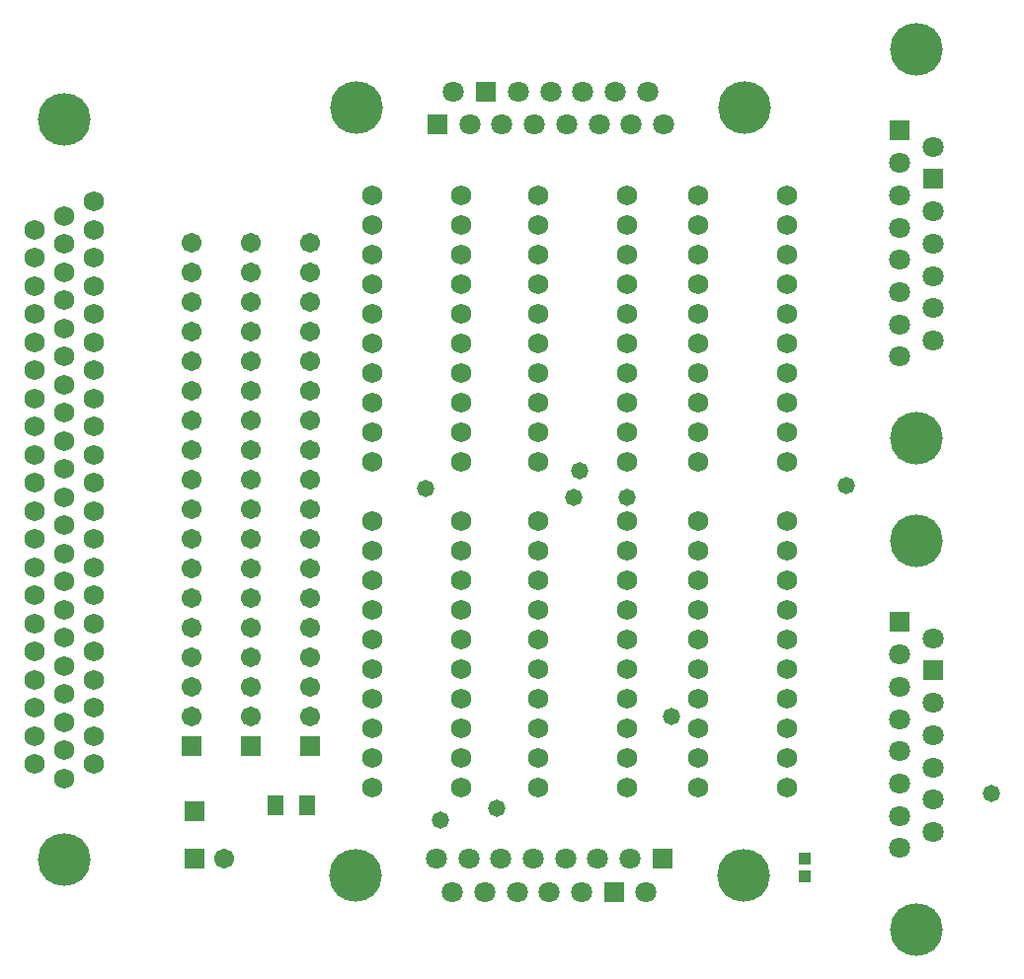
<source format=gts>
%FSLAX24Y24*%
%MOIN*%
G70*
G01*
G75*
G04 Layer_Color=8388736*
%ADD10R,0.0320X0.0360*%
%ADD11R,0.0450X0.0600*%
%ADD12C,0.0100*%
%ADD13C,0.0250*%
%ADD14C,0.0600*%
%ADD15C,0.1700*%
%ADD16C,0.0591*%
%ADD17R,0.0591X0.0591*%
%ADD18R,0.0591X0.0591*%
%ADD19R,0.0630X0.0630*%
%ADD20C,0.0630*%
%ADD21R,0.0630X0.0630*%
%ADD22C,0.0500*%
%ADD23R,0.0360X0.0320*%
%ADD24C,0.0079*%
%ADD25C,0.0080*%
%ADD26C,0.0070*%
%ADD27C,0.0050*%
%ADD28R,0.0400X0.0440*%
%ADD29R,0.0530X0.0680*%
%ADD30C,0.0680*%
%ADD31C,0.1780*%
%ADD32C,0.0671*%
%ADD33R,0.0671X0.0671*%
%ADD34R,0.0671X0.0671*%
%ADD35R,0.0710X0.0710*%
%ADD36C,0.0710*%
%ADD37R,0.0710X0.0710*%
%ADD38C,0.0580*%
D28*
X39600Y19800D02*
D03*
Y19200D02*
D03*
D29*
X21750Y21600D02*
D03*
X22800D02*
D03*
D30*
X28000Y27200D02*
D03*
X25000D02*
D03*
Y28200D02*
D03*
X28000D02*
D03*
Y30200D02*
D03*
X25000D02*
D03*
Y29200D02*
D03*
X28000D02*
D03*
X25000Y31200D02*
D03*
X28000D02*
D03*
Y26200D02*
D03*
X25000D02*
D03*
X28000Y24200D02*
D03*
X25000D02*
D03*
Y25200D02*
D03*
X28000D02*
D03*
Y23200D02*
D03*
X25000D02*
D03*
Y22200D02*
D03*
X28000D02*
D03*
Y38200D02*
D03*
X25000D02*
D03*
Y39200D02*
D03*
X28000D02*
D03*
Y41200D02*
D03*
X25000D02*
D03*
Y40200D02*
D03*
X28000D02*
D03*
X25000Y42200D02*
D03*
X28000D02*
D03*
Y37200D02*
D03*
X25000D02*
D03*
X28000Y35200D02*
D03*
X25000D02*
D03*
Y36200D02*
D03*
X28000D02*
D03*
Y34200D02*
D03*
X25000D02*
D03*
Y33200D02*
D03*
X28000D02*
D03*
X33600Y27200D02*
D03*
X30600D02*
D03*
Y28200D02*
D03*
X33600D02*
D03*
Y30200D02*
D03*
X30600D02*
D03*
Y29200D02*
D03*
X33600D02*
D03*
X30600Y31200D02*
D03*
X33600D02*
D03*
Y26200D02*
D03*
X30600D02*
D03*
X33600Y24200D02*
D03*
X30600D02*
D03*
Y25200D02*
D03*
X33600D02*
D03*
Y23200D02*
D03*
X30600D02*
D03*
Y22200D02*
D03*
X33600D02*
D03*
Y38200D02*
D03*
X30600D02*
D03*
Y39200D02*
D03*
X33600D02*
D03*
Y41200D02*
D03*
X30600D02*
D03*
Y40200D02*
D03*
X33600D02*
D03*
X30600Y42200D02*
D03*
X33600D02*
D03*
Y37200D02*
D03*
X30600D02*
D03*
X33600Y35200D02*
D03*
X30600D02*
D03*
Y36200D02*
D03*
X33600D02*
D03*
Y34200D02*
D03*
X30600D02*
D03*
Y33200D02*
D03*
X33600D02*
D03*
X39000Y27200D02*
D03*
X36000D02*
D03*
Y28200D02*
D03*
X39000D02*
D03*
Y30200D02*
D03*
X36000D02*
D03*
Y29200D02*
D03*
X39000D02*
D03*
X36000Y31200D02*
D03*
X39000D02*
D03*
Y26200D02*
D03*
X36000D02*
D03*
X39000Y24200D02*
D03*
X36000D02*
D03*
Y25200D02*
D03*
X39000D02*
D03*
Y23200D02*
D03*
X36000D02*
D03*
Y22200D02*
D03*
X39000D02*
D03*
Y38200D02*
D03*
X36000D02*
D03*
Y39200D02*
D03*
X39000D02*
D03*
Y41200D02*
D03*
X36000D02*
D03*
Y40200D02*
D03*
X39000D02*
D03*
X36000Y42200D02*
D03*
X39000D02*
D03*
Y37200D02*
D03*
X36000D02*
D03*
X39000Y35200D02*
D03*
X36000D02*
D03*
Y36200D02*
D03*
X39000D02*
D03*
Y34200D02*
D03*
X36000D02*
D03*
Y33200D02*
D03*
X39000D02*
D03*
X14600Y22525D02*
D03*
X15600Y23000D02*
D03*
Y40100D02*
D03*
Y42000D02*
D03*
Y41050D02*
D03*
Y39150D02*
D03*
Y38200D02*
D03*
Y33450D02*
D03*
Y34400D02*
D03*
Y36300D02*
D03*
Y37250D02*
D03*
Y35350D02*
D03*
Y25850D02*
D03*
Y27750D02*
D03*
Y26800D02*
D03*
Y24900D02*
D03*
Y23950D02*
D03*
Y28700D02*
D03*
Y29650D02*
D03*
Y31550D02*
D03*
Y32500D02*
D03*
Y30600D02*
D03*
X14600Y39625D02*
D03*
Y41525D02*
D03*
Y40575D02*
D03*
Y38675D02*
D03*
Y37725D02*
D03*
Y32975D02*
D03*
Y33925D02*
D03*
Y35825D02*
D03*
Y36775D02*
D03*
Y34875D02*
D03*
Y25375D02*
D03*
Y27275D02*
D03*
Y26325D02*
D03*
Y24425D02*
D03*
Y23475D02*
D03*
Y28225D02*
D03*
Y29175D02*
D03*
Y31075D02*
D03*
Y32025D02*
D03*
Y30125D02*
D03*
X13600Y29650D02*
D03*
Y31550D02*
D03*
Y30600D02*
D03*
Y28700D02*
D03*
Y27750D02*
D03*
Y23000D02*
D03*
Y23950D02*
D03*
Y25850D02*
D03*
Y26800D02*
D03*
Y24900D02*
D03*
Y34400D02*
D03*
Y36300D02*
D03*
Y35350D02*
D03*
Y33450D02*
D03*
Y32500D02*
D03*
Y37250D02*
D03*
Y38200D02*
D03*
Y40100D02*
D03*
Y41050D02*
D03*
Y39150D02*
D03*
D31*
X14600Y19770D02*
D03*
Y44770D02*
D03*
X24420Y19238D02*
D03*
X37540D02*
D03*
X43362Y17420D02*
D03*
Y30540D02*
D03*
Y34020D02*
D03*
Y47140D02*
D03*
X37580Y45163D02*
D03*
X24460D02*
D03*
D32*
X18900Y28600D02*
D03*
Y27600D02*
D03*
Y26600D02*
D03*
Y25600D02*
D03*
Y24600D02*
D03*
Y30600D02*
D03*
Y31600D02*
D03*
Y32600D02*
D03*
Y33600D02*
D03*
Y34600D02*
D03*
Y36600D02*
D03*
Y37600D02*
D03*
Y38600D02*
D03*
Y39600D02*
D03*
Y40600D02*
D03*
Y29600D02*
D03*
Y35600D02*
D03*
X20000Y19800D02*
D03*
X20900Y28600D02*
D03*
Y27600D02*
D03*
Y26600D02*
D03*
Y25600D02*
D03*
Y24600D02*
D03*
Y30600D02*
D03*
Y31600D02*
D03*
Y32600D02*
D03*
Y33600D02*
D03*
Y34600D02*
D03*
Y36600D02*
D03*
Y37600D02*
D03*
Y38600D02*
D03*
Y39600D02*
D03*
Y40600D02*
D03*
Y29600D02*
D03*
Y35600D02*
D03*
X22900Y28600D02*
D03*
Y27600D02*
D03*
Y26600D02*
D03*
Y25600D02*
D03*
Y24600D02*
D03*
Y30600D02*
D03*
Y31600D02*
D03*
Y32600D02*
D03*
Y33600D02*
D03*
Y34600D02*
D03*
Y36600D02*
D03*
Y37600D02*
D03*
Y38600D02*
D03*
Y39600D02*
D03*
Y40600D02*
D03*
Y29600D02*
D03*
Y35600D02*
D03*
D33*
X18900Y23600D02*
D03*
X19000Y21400D02*
D03*
X20900Y23600D02*
D03*
X22900D02*
D03*
D34*
X19000Y19800D02*
D03*
D35*
X34795Y19798D02*
D03*
X33160Y18678D02*
D03*
X27205Y44602D02*
D03*
X28840Y45722D02*
D03*
D36*
X33705Y19798D02*
D03*
X32615D02*
D03*
X31525D02*
D03*
X30435D02*
D03*
X29345D02*
D03*
X28255D02*
D03*
X27165D02*
D03*
X34250Y18678D02*
D03*
X32070D02*
D03*
X30980D02*
D03*
X29890D02*
D03*
X28800D02*
D03*
X27710D02*
D03*
X42803Y26705D02*
D03*
Y25615D02*
D03*
Y24525D02*
D03*
Y23435D02*
D03*
Y22345D02*
D03*
Y21255D02*
D03*
Y20165D02*
D03*
X43923Y27250D02*
D03*
Y25070D02*
D03*
Y23980D02*
D03*
Y22890D02*
D03*
Y21800D02*
D03*
Y20710D02*
D03*
X42803Y43305D02*
D03*
Y42215D02*
D03*
Y41125D02*
D03*
Y40035D02*
D03*
Y38945D02*
D03*
Y37855D02*
D03*
Y36765D02*
D03*
X43923Y43850D02*
D03*
Y41670D02*
D03*
Y40580D02*
D03*
Y39490D02*
D03*
Y38400D02*
D03*
Y37310D02*
D03*
X28295Y44602D02*
D03*
X29385D02*
D03*
X30475D02*
D03*
X31565D02*
D03*
X32655D02*
D03*
X33745D02*
D03*
X34835D02*
D03*
X27750Y45722D02*
D03*
X29930D02*
D03*
X31020D02*
D03*
X32110D02*
D03*
X33200D02*
D03*
X34290D02*
D03*
D37*
X42803Y27795D02*
D03*
X43923Y26160D02*
D03*
X42803Y44395D02*
D03*
X43923Y42760D02*
D03*
D38*
X31800Y32000D02*
D03*
X33600D02*
D03*
X32000Y32900D02*
D03*
X45900Y22000D02*
D03*
X26800Y32300D02*
D03*
X27300Y21100D02*
D03*
X29200Y21500D02*
D03*
X41000Y32400D02*
D03*
X35100Y24600D02*
D03*
M02*

</source>
